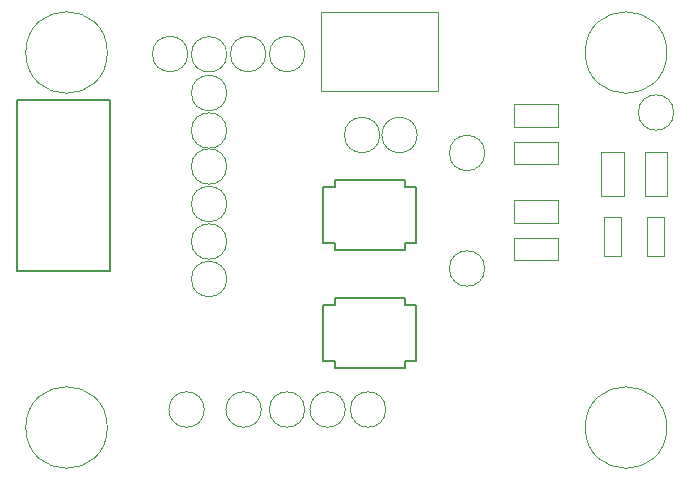
<source format=gbr>
%TF.GenerationSoftware,KiCad,Pcbnew,8.0.0*%
%TF.CreationDate,2024-03-04T00:58:34-06:00*%
%TF.ProjectId,MicrocontrollerUnitBoard,4d696372-6f63-46f6-9e74-726f6c6c6572,rev?*%
%TF.SameCoordinates,Original*%
%TF.FileFunction,Other,User*%
%FSLAX46Y46*%
G04 Gerber Fmt 4.6, Leading zero omitted, Abs format (unit mm)*
G04 Created by KiCad (PCBNEW 8.0.0) date 2024-03-04 00:58:34*
%MOMM*%
%LPD*%
G01*
G04 APERTURE LIST*
%ADD10C,0.050000*%
%ADD11C,0.127000*%
%ADD12C,0.152400*%
G04 APERTURE END LIST*
D10*
%TO.C,GND5*%
X125960000Y-84963000D02*
G75*
G02*
X122960000Y-84963000I-1500000J0D01*
G01*
X122960000Y-84963000D02*
G75*
G02*
X125960000Y-84963000I1500000J0D01*
G01*
%TO.C,RST_N1*%
X119356000Y-88265000D02*
G75*
G02*
X116356000Y-88265000I-1500000J0D01*
G01*
X116356000Y-88265000D02*
G75*
G02*
X119356000Y-88265000I1500000J0D01*
G01*
%TO.C,INT_N1*%
X119356000Y-91440000D02*
G75*
G02*
X116356000Y-91440000I-1500000J0D01*
G01*
X116356000Y-91440000D02*
G75*
G02*
X119356000Y-91440000I1500000J0D01*
G01*
%TO.C,GND1*%
X117451000Y-115062000D02*
G75*
G02*
X114451000Y-115062000I-1500000J0D01*
G01*
X114451000Y-115062000D02*
G75*
G02*
X117451000Y-115062000I1500000J0D01*
G01*
%TO.C,3.3V1*%
X122277000Y-115062000D02*
G75*
G02*
X119277000Y-115062000I-1500000J0D01*
G01*
X119277000Y-115062000D02*
G75*
G02*
X122277000Y-115062000I1500000J0D01*
G01*
%TO.C,H4*%
X109241000Y-84836000D02*
G75*
G02*
X102341000Y-84836000I-3450000J0D01*
G01*
X102341000Y-84836000D02*
G75*
G02*
X109241000Y-84836000I3450000J0D01*
G01*
%TO.C,RESET1*%
X141200000Y-103124000D02*
G75*
G02*
X138200000Y-103124000I-1500000J0D01*
G01*
X138200000Y-103124000D02*
G75*
G02*
X141200000Y-103124000I1500000J0D01*
G01*
%TO.C,TEST1*%
X154949500Y-98784500D02*
X156409500Y-98784500D01*
X154949500Y-102084500D02*
X154949500Y-98784500D01*
X156409500Y-98784500D02*
X156409500Y-102084500D01*
X156409500Y-102084500D02*
X154949500Y-102084500D01*
%TO.C,GND3*%
X119356000Y-84991000D02*
G75*
G02*
X116356000Y-84991000I-1500000J0D01*
G01*
X116356000Y-84991000D02*
G75*
G02*
X119356000Y-84991000I1500000J0D01*
G01*
%TO.C,D-1*%
X135485000Y-91821000D02*
G75*
G02*
X132485000Y-91821000I-1500000J0D01*
G01*
X132485000Y-91821000D02*
G75*
G02*
X135485000Y-91821000I1500000J0D01*
G01*
%TO.C,C2*%
X143662000Y-97318000D02*
X147422000Y-97318000D01*
X143662000Y-99278000D02*
X143662000Y-97318000D01*
X147422000Y-97318000D02*
X147422000Y-99278000D01*
X147422000Y-99278000D02*
X143662000Y-99278000D01*
%TO.C,MOSI1*%
X119356000Y-104013000D02*
G75*
G02*
X116356000Y-104013000I-1500000J0D01*
G01*
X116356000Y-104013000D02*
G75*
G02*
X119356000Y-104013000I1500000J0D01*
G01*
D11*
%TO.C,J3*%
X101612999Y-88835007D02*
X101612999Y-103374983D01*
X101612999Y-103374983D02*
X109452999Y-103374983D01*
X109452999Y-88835007D02*
X101612999Y-88835007D01*
X109452999Y-103374983D02*
X109452999Y-88835007D01*
D10*
%TO.C,R1*%
X143692000Y-92395000D02*
X147392000Y-92395000D01*
X143692000Y-94295000D02*
X143692000Y-92395000D01*
X147392000Y-92395000D02*
X147392000Y-94295000D01*
X147392000Y-94295000D02*
X143692000Y-94295000D01*
%TO.C,H3*%
X109241000Y-116586000D02*
G75*
G02*
X102341000Y-116586000I-3450000J0D01*
G01*
X102341000Y-116586000D02*
G75*
G02*
X109241000Y-116586000I3450000J0D01*
G01*
%TO.C,3.3V2*%
X125960000Y-115062000D02*
G75*
G02*
X122960000Y-115062000I-1500000J0D01*
G01*
X122960000Y-115062000D02*
G75*
G02*
X125960000Y-115062000I1500000J0D01*
G01*
%TO.C,CS_N1*%
X119356000Y-94488000D02*
G75*
G02*
X116356000Y-94488000I-1500000J0D01*
G01*
X116356000Y-94488000D02*
G75*
G02*
X119356000Y-94488000I1500000J0D01*
G01*
%TO.C,LEDTEST1*%
X157202000Y-89916000D02*
G75*
G02*
X154202000Y-89916000I-1500000J0D01*
G01*
X154202000Y-89916000D02*
G75*
G02*
X157202000Y-89916000I1500000J0D01*
G01*
%TO.C,R3*%
X151069000Y-93273000D02*
X152969000Y-93273000D01*
X151069000Y-96973000D02*
X151069000Y-93273000D01*
X152969000Y-93273000D02*
X152969000Y-96973000D01*
X152969000Y-96973000D02*
X151069000Y-96973000D01*
%TO.C,SCLK1*%
X119356000Y-97663000D02*
G75*
G02*
X116356000Y-97663000I-1500000J0D01*
G01*
X116356000Y-97663000D02*
G75*
G02*
X119356000Y-97663000I1500000J0D01*
G01*
D12*
%TO.C,SW2*%
X127540750Y-106201600D02*
X128491249Y-106201600D01*
X127540750Y-110968400D02*
X127540750Y-106201600D01*
X127540750Y-110968400D02*
X128491249Y-110968400D01*
X128491249Y-105625900D02*
X134409449Y-105625900D01*
X128491249Y-106201600D02*
X128491249Y-105625900D01*
X128491249Y-111544100D02*
X128491249Y-110968400D01*
X134409449Y-105625900D02*
X134409449Y-106201600D01*
X134409449Y-110968400D02*
X134409449Y-111544100D01*
X134409449Y-111544100D02*
X128491249Y-111544100D01*
X135359948Y-106201600D02*
X134409449Y-106201600D01*
X135359948Y-106201600D02*
X135359948Y-110968400D01*
X135359948Y-110968400D02*
X134409449Y-110968400D01*
D10*
%TO.C,R2*%
X143692000Y-100523000D02*
X147392000Y-100523000D01*
X143692000Y-102423000D02*
X143692000Y-100523000D01*
X147392000Y-100523000D02*
X147392000Y-102423000D01*
X147392000Y-102423000D02*
X143692000Y-102423000D01*
%TO.C,3.3V4*%
X132818000Y-115062000D02*
G75*
G02*
X129818000Y-115062000I-1500000J0D01*
G01*
X129818000Y-115062000D02*
G75*
G02*
X132818000Y-115062000I1500000J0D01*
G01*
%TO.C,H1*%
X156612000Y-84836000D02*
G75*
G02*
X149712000Y-84836000I-3450000J0D01*
G01*
X149712000Y-84836000D02*
G75*
G02*
X156612000Y-84836000I3450000J0D01*
G01*
%TO.C,D+1*%
X132310000Y-91821000D02*
G75*
G02*
X129310000Y-91821000I-1500000J0D01*
G01*
X129310000Y-91821000D02*
G75*
G02*
X132310000Y-91821000I1500000J0D01*
G01*
%TO.C,R4*%
X154752000Y-93273000D02*
X156652000Y-93273000D01*
X154752000Y-96973000D02*
X154752000Y-93273000D01*
X156652000Y-93273000D02*
X156652000Y-96973000D01*
X156652000Y-96973000D02*
X154752000Y-96973000D01*
%TO.C,GND2*%
X116054000Y-84963000D02*
G75*
G02*
X113054000Y-84963000I-1500000J0D01*
G01*
X113054000Y-84963000D02*
G75*
G02*
X116054000Y-84963000I1500000J0D01*
G01*
%TO.C,GND4*%
X122658000Y-84963000D02*
G75*
G02*
X119658000Y-84963000I-1500000J0D01*
G01*
X119658000Y-84963000D02*
G75*
G02*
X122658000Y-84963000I1500000J0D01*
G01*
%TO.C,H2*%
X156612000Y-116586000D02*
G75*
G02*
X149712000Y-116586000I-3450000J0D01*
G01*
X149712000Y-116586000D02*
G75*
G02*
X156612000Y-116586000I3450000J0D01*
G01*
%TO.C,J4*%
X127327000Y-81444000D02*
X137227000Y-81444000D01*
X127327000Y-88055000D02*
X127327000Y-81444000D01*
X137227000Y-81444000D02*
X137227000Y-88055000D01*
X137227000Y-88055000D02*
X127327000Y-88055000D01*
%TO.C,BOOT1*%
X141200000Y-93345000D02*
G75*
G02*
X138200000Y-93345000I-1500000J0D01*
G01*
X138200000Y-93345000D02*
G75*
G02*
X141200000Y-93345000I1500000J0D01*
G01*
%TO.C,C1*%
X143662000Y-89190000D02*
X147422000Y-89190000D01*
X143662000Y-91150000D02*
X143662000Y-89190000D01*
X147422000Y-89190000D02*
X147422000Y-91150000D01*
X147422000Y-91150000D02*
X143662000Y-91150000D01*
%TO.C,MISO1*%
X119356000Y-100838000D02*
G75*
G02*
X116356000Y-100838000I-1500000J0D01*
G01*
X116356000Y-100838000D02*
G75*
G02*
X119356000Y-100838000I1500000J0D01*
G01*
D12*
%TO.C,SW1*%
X127540750Y-96223601D02*
X128491249Y-96223601D01*
X127540750Y-100990401D02*
X127540750Y-96223601D01*
X127540750Y-100990401D02*
X128491249Y-100990401D01*
X128491249Y-95647901D02*
X134409449Y-95647901D01*
X128491249Y-96223601D02*
X128491249Y-95647901D01*
X128491249Y-101566101D02*
X128491249Y-100990401D01*
X134409449Y-95647901D02*
X134409449Y-96223601D01*
X134409449Y-100990401D02*
X134409449Y-101566101D01*
X134409449Y-101566101D02*
X128491249Y-101566101D01*
X135359948Y-96223601D02*
X134409449Y-96223601D01*
X135359948Y-96223601D02*
X135359948Y-100990401D01*
X135359948Y-100990401D02*
X134409449Y-100990401D01*
D10*
%TO.C,3.3V3*%
X129389000Y-115062000D02*
G75*
G02*
X126389000Y-115062000I-1500000J0D01*
G01*
X126389000Y-115062000D02*
G75*
G02*
X129389000Y-115062000I1500000J0D01*
G01*
%TO.C,POWER1*%
X151266500Y-98784500D02*
X152726500Y-98784500D01*
X151266500Y-102084500D02*
X151266500Y-98784500D01*
X152726500Y-98784500D02*
X152726500Y-102084500D01*
X152726500Y-102084500D02*
X151266500Y-102084500D01*
%TD*%
M02*

</source>
